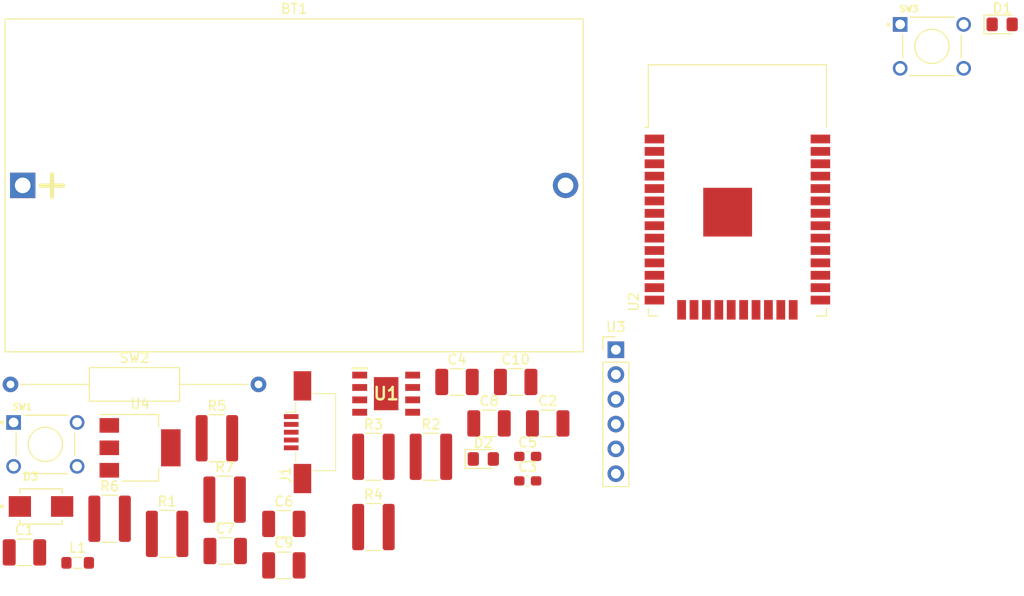
<source format=kicad_pcb>
(kicad_pcb (version 20211014) (generator pcbnew)
  (layers (0 "F.Cu" signal) (31 "B.Cu" signal) (34 "B.Paste" user) (35 "F.Paste" user) (36 "B.SilkS" user "B.Silkscreen") (37 "F.SilkS" user "F.Silkscreen") (38 "B.Mask" user) (39 "F.Mask" user) (44 "Edge.Cuts" user))
  (net 0 "")
  (net 1 "+5V")
  (net 2 "GND")
  (net 3 "/RESET")
  (net 4 "/GPIO0")
  (net 5 "+3V3")
  (net 6 "Net-(D1-Pad1)")
  (net 7 "Net-(D1-Pad2)")
  (net 8 "Net-(D2-Pad1)")
  (net 9 "/D-")
  (net 10 "/D+")
  (net 12 "Net-(R5-Pad1)")
  (net 13 "Net-(R7-Pad1)")
  (net 14 "Net-(SW2-Pad2)")
  (net 42 "RX_D0")
  (net 43 "TX_D0")
  (footprint "Battery:BatteryHolder_Bulgin_BX0036_1xC" (layer "F.Cu") (at 91.44 81.28)
    (fp_text reference "BT1" (at 27.8 -18.1) (layer "F.SilkS"))
    (fp_text value "Battery_Cell")
    (fp_text user "+" (at 3 -0.2) (layer "F.SilkS") (effects (font (size 3 3) (thickness 0.45))))
    (fp_line (start 57.41 -17.06) (end 57.41 17.06) (layer "F.SilkS") (width 0.12))
    (fp_line (start -1.81 -17.06) (end -1.81 17.06) (layer "F.SilkS") (width 0.12))
    (fp_line (start -1.81 -17.06) (end 57.41 -17.06) (layer "F.SilkS") (width 0.12))
    (fp_line (start -1.81 17.06) (end 57.41 17.06) (layer "F.SilkS") (width 0.12))
    (pad "" np_thru_hole circle (at 11.9 0) (size 3.8 3.8) (drill 3.8) (layers *.Cu *.Mask))
    (pad "" np_thru_hole circle (at 43.7 0) (size 3.8 3.8) (drill 3.8) (layers *.Cu *.Mask))
    (pad "1" thru_hole rect (at 0 0) (size 2.6 2.6) (drill 1.6) (layers *.Cu *.Mask) (net 1 "+5V"))
    (pad "2" thru_hole circle (at 55.6 0) (size 2.6 2.6) (drill 1.6) (layers *.Cu *.Mask) (net 2 "GND"))
  )
  (footprint "Connector_PinHeader_2.54mm:PinHeader_1x06_P2.54mm_Vertical" (layer "F.Cu") (at 152.19 98.13)
    (fp_text reference "U3" (at 0 -2.33) (layer "F.SilkS"))
    (fp_text value "FT232")
    (fp_line (start -1.33 1.27) (end -1.33 14.03) (layer "F.SilkS") (width 0.12))
    (fp_line (start -1.33 14.03) (end 1.33 14.03) (layer "F.SilkS") (width 0.12))
    (fp_line (start -1.33 1.27) (end 1.33 1.27) (layer "F.SilkS") (width 0.12))
    (fp_line (start -1.33 -1.33) (end 0 -1.33) (layer "F.SilkS") (width 0.12))
    (fp_line (start 1.33 1.27) (end 1.33 14.03) (layer "F.SilkS") (width 0.12))
    (fp_line (start -1.33 0) (end -1.33 -1.33) (layer "F.SilkS") (width 0.12))
    (pad "1" thru_hole rect (at 0 0) (size 1.7 1.7) (drill 1) (layers *.Cu *.Mask))
    (pad "2" thru_hole oval (at 0 2.54) (size 1.7 1.7) (drill 1) (layers *.Cu *.Mask))
    (pad "3" thru_hole oval (at 0 5.08) (size 1.7 1.7) (drill 1) (layers *.Cu *.Mask))
    (pad "4" thru_hole oval (at 0 7.62) (size 1.7 1.7) (drill 1) (layers *.Cu *.Mask))
    (pad "5" thru_hole oval (at 0 10.16) (size 1.7 1.7) (drill 1) (layers *.Cu *.Mask))
    (pad "6" thru_hole oval (at 0 12.7) (size 1.7 1.7) (drill 1) (layers *.Cu *.Mask))
  )
  (footprint "Resistor_SMD:R_1218_3246Metric_Pad1.22x4.75mm_HandSolder" (layer "F.Cu") (at 100.34 115.45)
    (fp_text reference "R6" (at 0 -3.32) (layer "F.SilkS"))
    (fp_text value "10k")
    (fp_line (start -0.777064 -2.41) (end 0.777064 -2.41) (layer "F.SilkS") (width 0.12))
    (fp_line (start -0.777064 2.41) (end 0.777064 2.41) (layer "F.SilkS") (width 0.12))
    (pad "1" smd roundrect (at -1.5625 0) (size 1.225 4.75) (layers "F.Cu" "F.Paste" "F.Mask") (roundrect_rratio 0.204082) (net 5 "+3V3"))
    (pad "2" smd roundrect (at 1.5625 0) (size 1.225 4.75) (layers "F.Cu" "F.Paste" "F.Mask") (roundrect_rratio 0.204082) (net 4 "/GPIO0"))
  )
  (footprint "Button_1825910-6:SW_1825910-6-4" (layer "F.Cu") (at 93.76 107.83)
    (fp_text reference "SW1" (at -2.3627 -3.844398) (layer "F.SilkS") (effects (font (size 0.630643 0.630643))))
    (fp_text value "SW_Push")
    (fp_line (start 3 -1.15) (end 3 1.15) (layer "F.SilkS") (width 0.127))
    (fp_line (start 2.3 2.995) (end -2.3 2.995) (layer "F.SilkS") (width 0.127))
    (fp_line (start -2.995 -1.15) (end -2.995 1.15) (layer "F.SilkS") (width 0.127))
    (fp_line (start -2.2 -2.995) (end 2.3 -2.995) (layer "F.SilkS") (width 0.127))
    (fp_circle (center 0 0) (end 1.755 0) (layer "F.SilkS") (width 0.127) (fill none))
    (fp_circle (center -4.445 -2.25) (end -4.345 -2.25) (layer "F.SilkS") (width 0.2) (fill none))
    (pad "1" thru_hole rect locked (at -3.25 -2.25) (size 1.498 1.498) (drill 0.99) (layers *.Cu *.Mask) (net 2 "GND"))
    (pad "2" thru_hole circle locked (at 3.25 -2.25) (size 1.498 1.498) (drill 0.99) (layers *.Cu *.Mask) (net 3 "/RESET"))
    (pad "3" thru_hole circle locked (at -3.25 2.25) (size 1.498 1.498) (drill 0.99) (layers *.Cu *.Mask))
    (pad "4" thru_hole circle locked (at 3.25 2.25) (size 1.498 1.498) (drill 0.99) (layers *.Cu *.Mask))
  )
  (footprint "Connector_USB:USB_Mini-B_AdamTech_MUSB-B5-S-VT-TSMT-1_SMD_Vertical" (layer "F.Cu") (at 120.54 106.58)
    (fp_text reference "J1" (at -2.18 4.39 90) (layer "F.SilkS"))
    (fp_text value "USB_B_Mini")
    (fp_line (start 0.65 3.95) (end 2.95 3.95) (layer "F.SilkS") (width 0.1))
    (fp_line (start -1.138539 2.064476) (end -1.138539 3.064476) (layer "F.SilkS") (width 0.1))
    (fp_line (start -2.2 -2.05) (end -1.15 -2.05) (layer "F.SilkS") (width 0.1))
    (fp_line (start -1.15 -2.05) (end -1.15 -3.05) (layer "F.SilkS") (width 0.1))
    (fp_line (start 2.95 -3.95) (end 0.65 -3.95) (layer "F.SilkS") (width 0.1))
    (fp_line (start 2.95 3.95) (end 2.95 -3.95) (layer "F.SilkS") (width 0.1))
    (pad "" np_thru_hole circle (at 1.85 3 90) (size 1 1) (drill 1) (layers *.Cu *.Mask))
    (pad "" np_thru_hole circle (at 1.85 -3 90) (size 1 1) (drill 1) (layers *.Cu *.Mask))
    (pad "1" smd rect (at -1.6 -1.6 90) (size 0.5 1.5) (layers "F.Cu" "F.Paste" "F.Mask") (net 1 "+5V"))
    (pad "2" smd rect (at -1.6 -0.8 90) (size 0.5 1.5) (layers "F.Cu" "F.Paste" "F.Mask") (net 9 "/D-"))
    (pad "3" smd rect (at -1.6 0 90) (size 0.5 1.5) (layers "F.Cu" "F.Paste" "F.Mask") (net 10 "/D+"))
    (pad "4" smd rect (at -1.6 0.8 90) (size 0.5 1.5) (layers "F.Cu" "F.Paste" "F.Mask"))
    (pad "5" smd rect (at -1.6 1.6 90) (size 0.5 1.5) (layers "F.Cu" "F.Paste" "F.Mask") (net 2 "GND"))
    (pad "6" smd rect (at -0.45 4.75 90) (size 3 1.8) (layers "F.Cu" "F.Paste" "F.Mask") (net 2 "GND"))
    (pad "6" smd rect (at -0.45 -4.75 90) (size 3 1.8) (layers "F.Cu" "F.Paste" "F.Mask") (net 2 "GND"))
  )
  (footprint "Button_1825910-6:SW_1825910-6-4" (layer "F.Cu") (at 184.56 67.03)
    (fp_text reference "SW3" (at -2.3627 -3.844398) (layer "F.SilkS") (effects (font (size 0.630643 0.630643))))
    (fp_text value "SW_Push")
    (fp_line (start -2.995 -1.15) (end -2.995 1.15) (layer "F.SilkS") (width 0.127))
    (fp_line (start 3 -1.15) (end 3 1.15) (layer "F.SilkS") (width 0.127))
    (fp_line (start 2.3 2.995) (end -2.3 2.995) (layer "F.SilkS") (width 0.127))
    (fp_line (start -2.2 -2.995) (end 2.3 -2.995) (layer "F.SilkS") (width 0.127))
    (fp_circle (center 0 0) (end 1.755 0) (layer "F.SilkS") (width 0.127) (fill none))
    (fp_circle (center -4.445 -2.25) (end -4.345 -2.25) (layer "F.SilkS") (width 0.2) (fill none))
    (pad "1" thru_hole rect locked (at -3.25 -2.25) (size 1.498 1.498) (drill 0.99) (layers *.Cu *.Mask) (net 13 "Net-(R7-Pad1)"))
    (pad "2" thru_hole circle locked (at 3.25 -2.25) (size 1.498 1.498) (drill 0.99) (layers *.Cu *.Mask) (net 2 "GND"))
    (pad "3" thru_hole circle locked (at -3.25 2.25) (size 1.498 1.498) (drill 0.99) (layers *.Cu *.Mask))
    (pad "4" thru_hole circle locked (at 3.25 2.25) (size 1.498 1.498) (drill 0.99) (layers *.Cu *.Mask))
  )
  (footprint "Package_TO_SOT_SMD:SOT-223-3_TabPin2" (layer "F.Cu") (at 103.46 108.18)
    (fp_text reference "U4" (at 0 -4.5) (layer "F.SilkS"))
    (fp_text value "AMS1117-3.3")
    (fp_line (start 1.91 -3.41) (end 1.91 -2.15) (layer "F.SilkS") (width 0.12))
    (fp_line (start 1.91 3.41) (end 1.91 2.15) (layer "F.SilkS") (width 0.12))
    (fp_line (start -4.1 -3.41) (end 1.91 -3.41) (layer "F.SilkS") (width 0.12))
    (fp_line (start -1.85 3.41) (end 1.91 3.41) (layer "F.SilkS") (width 0.12))
    (pad "1" smd rect (at -3.15 -2.3) (size 2 1.5) (layers "F.Cu" "F.Paste" "F.Mask") (net 2 "GND"))
    (pad "2" smd rect (at -3.15 0) (size 2 1.5) (layers "F.Cu" "F.Paste" "F.Mask") (net 5 "+3V3"))
    (pad "2" smd rect (at 3.15 0) (size 2 3.8) (layers "F.Cu" "F.Paste" "F.Mask") (net 5 "+3V3"))
    (pad "3" smd rect (at -3.15 2.3) (size 2 1.5) (layers "F.Cu" "F.Paste" "F.Mask") (net 1 "+5V"))
  )
  (footprint "Resistor_SMD:R_1218_3246Metric_Pad1.22x4.75mm_HandSolder" (layer "F.Cu") (at 133.25 109.1)
    (fp_text reference "R2" (at 0 -3.32) (layer "F.SilkS"))
    (fp_text value "10k")
    (fp_line (start -0.777064 -2.41) (end 0.777064 -2.41) (layer "F.SilkS") (width 0.12))
    (fp_line (start -0.777064 2.41) (end 0.777064 2.41) (layer "F.SilkS") (width 0.12))
    (pad "1" smd roundrect (at -1.5625 0) (size 1.225 4.75) (layers "F.Cu" "F.Paste" "F.Mask") (roundrect_rratio 0.204082) (net 5 "+3V3"))
    (pad "2" smd roundrect (at 1.5625 0) (size 1.225 4.75) (layers "F.Cu" "F.Paste" "F.Mask") (roundrect_rratio 0.204082) (net 3 "/RESET"))
  )
  (footprint "Capacitor_SMD:C_1210_3225Metric_Pad1.33x2.70mm_HandSolder" (layer "F.Cu") (at 118.19 120.23)
    (fp_text reference "C9" (at 0 -2.3) (layer "F.SilkS"))
    (fp_text value "10u")
    (fp_line (start -0.711252 -1.36) (end 0.711252 -1.36) (layer "F.SilkS") (width 0.12))
    (fp_line (start -0.711252 1.36) (end 0.711252 1.36) (layer "F.SilkS") (width 0.12))
    (pad "1" smd roundrect (at -1.5625 0) (size 1.325 2.7) (layers "F.Cu" "F.Paste" "F.Mask") (roundrect_rratio 0.188679) (net 1 "+5V"))
    (pad "2" smd roundrect (at 1.5625 0) (size 1.325 2.7) (layers "F.Cu" "F.Paste" "F.Mask") (roundrect_rratio 0.188679) (net 2 "GND"))
  )
  (footprint "Capacitor_SMD:C_1210_3225Metric_Pad1.33x2.70mm_HandSolder" (layer "F.Cu") (at 135.92 101.43)
    (fp_text reference "C4" (at 0 -2.3) (layer "F.SilkS"))
    (fp_text value "22u")
    (fp_line (start -0.711252 1.36) (end 0.711252 1.36) (layer "F.SilkS") (width 0.12))
    (fp_line (start -0.711252 -1.36) (end 0.711252 -1.36) (layer "F.SilkS") (width 0.12))
    (pad "1" smd roundrect (at -1.5625 0) (size 1.325 2.7) (layers "F.Cu" "F.Paste" "F.Mask") (roundrect_rratio 0.188679) (net 1 "+5V"))
    (pad "2" smd roundrect (at 1.5625 0) (size 1.325 2.7) (layers "F.Cu" "F.Paste" "F.Mask") (roundrect_rratio 0.188679) (net 2 "GND"))
  )
  (footprint "KiCad:TP5410" (layer "F.Cu") (at 128.665 102.63)
    (fp_text reference "U1" (at 0 0) (layer "F.SilkS") (effects (font (size 1.27 1.27) (thickness 0.254))))
    (fp_text value "Tp5400" hide)
    (fp_line (start -3.475 -2.605) (end -1.95 -2.605) (layer "F.SilkS") (width 0.2))
    (pad "1" smd rect locked (at -2.712 -1.905 90) (size 0.7 1.525) (layers "F.Cu" "F.Paste" "F.Mask") (net 1 "+5V"))
    (pad "2" smd rect locked (at -2.712 -0.635 90) (size 0.7 1.525) (layers "F.Cu" "F.Paste" "F.Mask") (net 8 "Net-(D2-Pad1)"))
    (pad "3" smd rect locked (at -2.712 0.635 90) (size 0.7 1.525) (layers "F.Cu" "F.Paste" "F.Mask") (net 12 "Net-(R5-Pad1)"))
    (pad "4" smd rect locked (at -2.712 1.905 90) (size 0.7 1.525) (layers "F.Cu" "F.Paste" "F.Mask") (net 6 "Net-(D1-Pad1)"))
    (pad "5" smd rect locked (at 2.712 1.905 90) (size 0.7 1.525) (layers "F.Cu" "F.Paste" "F.Mask") (net 1 "+5V"))
    (pad "6" smd rect locked (at 2.712 0.635 90) (size 0.7 1.525) (layers "F.Cu" "F.Paste" "F.Mask") (net 1 "+5V"))
    (pad "7" smd rect locked (at 2.712 -0.635 90) (size 0.7 1.525) (layers "F.Cu" "F.Paste" "F.Mask") (net 2 "GND"))
    (pad "8" smd rect locked (at 2.712 -1.905 90) (size 0.7 1.525) (layers "F.Cu" "F.Paste" "F.Mask") (net 1 "+5V"))
    (pad "9" smd rect locked (at 0 0) (size 2.513 3.402) (layers "F.Cu" "F.Paste" "F.Mask"))
  )
  (footprint "RF_Module:ESP32-WROOM-32" (layer "F.Cu") (at 164.64 84.78)
    (fp_text reference "U2" (at -10.61 8.43 90) (layer "F.SilkS"))
    (fp_text value "ESP32-WROOM-32")
    (fp_line (start -9.12 -15.865) (end -9.12 -9.445) (layer "F.SilkS") (width 0.12))
    (fp_line (start 9.12 9.1) (end 9.12 9.88) (layer "F.SilkS") (width 0.12))
    (fp_line (start -9.12 9.88) (end -8.12 9.88) (layer "F.SilkS") (width 0.12))
    (fp_line (start 9.12 -15.865) (end 9.12 -9.445) (layer "F.SilkS") (width 0.12))
    (fp_line (start 9.12 9.88) (end 8.12 9.88) (layer "F.SilkS") (width 0.12))
    (fp_line (start -9.12 -15.865) (end 9.12 -15.865) (layer "F.SilkS") (width 0.12))
    (fp_line (start -9.12 -9.445) (end -9.5 -9.445) (layer "F.SilkS") (width 0.12))
    (fp_line (start -9.12 9.1) (end -9.12 9.88) (layer "F.SilkS") (width 0.12))
    (pad "1" smd rect (at -8.5 -8.255) (size 2 0.9) (layers "F.Cu" "F.Paste" "F.Mask") (net 2 "GND"))
    (pad "2" smd rect (at -8.5 -6.985) (size 2 0.9) (layers "F.Cu" "F.Paste" "F.Mask") (net 5 "+3V3"))
    (pad "3" smd rect (at -8.5 -5.715) (size 2 0.9) (layers "F.Cu" "F.Paste" "F.Mask") (net 3 "/RESET"))
    (pad "4" smd rect (at -8.5 -4.445) (size 2 0.9) (layers "F.Cu" "F.Paste" "F.Mask"))
    (pad "5" smd rect (at -8.5 -3.175) (size 2 0.9) (layers "F.Cu" "F.Paste" "F.Mask"))
    (pad "6" smd rect (at -8.5 -1.905) (size 2 0.9) (layers "F.Cu" "F.Paste" "F.Mask"))
    (pad "7" smd rect (at -8.5 -0.635) (size 2 0.9) (layers "F.Cu" "F.Paste" "F.Mask"))
    (pad "8" smd rect (at -8.5 0.635) (size 2 0.9) (layers "F.Cu" "F.Paste" "F.Mask"))
    (pad "9" smd rect (at -8.5 1.905) (size 2 0.9) (layers "F.Cu" "F.Paste" "F.Mask"))
    (pad "10" smd rect (at -8.5 3.175) (size 2 0.9) (layers "F.Cu" "F.Paste" "F.Mask"))
    (pad "11" smd rect (at -8.5 4.445) (size 2 0.9) (layers "F.Cu" "F.Paste" "F.Mask"))
    (pad "12" smd rect (at -8.5 5.715) (size 2 0.9) (layers "F.Cu" "F.Paste" "F.Mask"))
    (pad "13" smd rect (at -8.5 6.985) (size 2 0.9) (layers "F.Cu" "F.Paste" "F.Mask"))
    (pad "14" smd rect (at -8.5 8.255) (size 2 0.9) (layers "F.Cu" "F.Paste" "F.Mask"))
    (pad "15" smd rect (at -5.715 9.255 90) (size 2 0.9) (layers "F.Cu" "F.Paste" "F.Mask") (net 2 "GND"))
    (pad "16" smd rect (at -4.445 9.255 90) (size 2 0.9) (layers "F.Cu" "F.Paste" "F.Mask"))
    (pad "17" smd rect (at -3.175 9.255 90) (size 2 0.9) (layers "F.Cu" "F.Paste" "F.Mask"))
    (pad "18" smd rect (at -1.905 9.255 90) (size 2 0.9) (layers "F.Cu" "F.Paste" "F.Mask"))
    (pad "19" smd rect (at -0.635 9.255 90) (size 2 0.9) (layers "F.Cu" "F.Paste" "F.Mask"))
    (pad "20" smd rect (at 0.635 9.255 90) (size 2 0.9) (layers "F.Cu" "F.Paste" "F.Mask"))
    (pad "21" smd rect (at 1.905 9.255 90) (size 2 0.9) (layers "F.Cu" "F.Paste" "F.Mask"))
    (pad "22" smd rect (at 3.175 9.255 90) (size 2 0.9) (layers "F.Cu" "F.Paste" "F.Mask"))
    (pad "23" smd rect (at 4.445 9.255 90) (size 2 0.9) (layers "F.Cu" "F.Paste" "F.Mask"))
    (pad "24" smd rect (at 5.715 9.255 90) (size 2 0.9) (layers "F.Cu" "F.Paste" "F.Mask"))
    (pad "25" smd rect (at 8.5 8.255) (size 2 0.9) (layers "F.Cu" "F.Paste" "F.Mask") (net 4 "/GPIO0"))
    (pad "26" smd rect (at 8.5 6.985) (size 2 0.9) (layers "F.Cu" "F.Paste" "F.Mask"))
    (pad "27" smd rect (at 8.5 5.715) (size 2 0.9) (layers "F.Cu" "F.Paste" "F.Mask"))
    (pad "28" smd rect (at 8.5 4.445) (size 2 0.9) (layers "F.Cu" "F.Paste" "F.Mask"))
    (pad "29" smd rect (at 8.5 3.175) (size 2 0.9) (layers "F.Cu" "F.Paste" "F.Mask"))
    (pad "30" smd rect (at 8.5 1.905) (size 2 0.9) (layers "F.Cu" "F.Paste" "F.Mask"))
    (pad "31" smd rect (at 8.5 0.635) (size 2 0.9) (layers "F.Cu" "F.Paste" "F.Mask") (net 14 "Net-(SW2-Pad2)"))
    (pad "32" smd rect (at 8.5 -0.635) (size 2 0.9) (layers "F.Cu" "F.Paste" "F.Mask"))
    (pad "33" smd rect (at 8.5 -1.905) (size 2 0.9) (layers "F.Cu" "F.Paste" "F.Mask"))
    (pad "34" smd rect (at 8.5 -3.175) (size 2 0.9) (layers "F.Cu" "F.Paste" "F.Mask") (net 42 "RX_D0"))
    (pad "35" smd rect (at 8.5 -4.445) (size 2 0.9) (layers "F.Cu" "F.Paste" "F.Mask") (net 43 "TX_D0"))
    (pad "36" smd rect (at 8.5 -5.715) (size 2 0.9) (layers "F.Cu" "F.Paste" "F.Mask"))
    (pad "37" smd rect (at 8.5 -6.985) (size 2 0.9) (layers "F.Cu" "F.Paste" "F.Mask"))
    (pad "38" smd rect (at 8.5 -8.255) (size 2 0.9) (layers "F.Cu" "F.Paste" "F.Mask") (net 2 "GND"))
    (pad "39" smd rect (at -1 -0.755) (size 5 5) (layers "F.Cu" "F.Paste" "F.Mask") (net 2 "GND"))
  )
  (footprint "LED_SMD:LED_0805_2012Metric_Pad1.15x1.40mm_HandSolder" (layer "F.Cu") (at 191.755 64.775)
    (fp_text reference "D1" (at 0 -1.65) (layer "F.SilkS"))
    (fp_text value "Green")
    (fp_line (start -1.86 0.96) (end 1 0.96) (layer "F.SilkS") (width 0.12))
    (fp_line (start 1 -0.96) (end -1.86 -0.96) (layer "F.SilkS") (width 0.12))
    (fp_line (start -1.86 -0.96) (end -1.86 0.96) (layer "F.SilkS") (width 0.12))
    (pad "1" smd roundrect (at -1.025 0) (size 1.15 1.4) (layers "F.Cu" "F.Paste" "F.Mask") (roundrect_rratio 0.217391) (net 6 "Net-(D1-Pad1)"))
    (pad "2" smd roundrect (at 1.025 0) (size 1.15 1.4) (layers "F.Cu" "F.Paste" "F.Mask") (roundrect_rratio 0.217391) (net 7 "Net-(D1-Pad2)"))
  )
  (footprint "Capacitor_SMD:C_0603_1608Metric_Pad1.08x0.95mm_HandSolder" (layer "F.Cu") (at 143.16 109.06)
    (fp_text reference "C5" (at 0 -1.43) (layer "F.SilkS"))
    (fp_text value "0.1u")
    (fp_line (start -0.146267 -0.51) (end 0.146267 -0.51) (layer "F.SilkS") (width 0.12))
    (fp_line (start -0.146267 0.51) (end 0.146267 0.51) (layer "F.SilkS") (width 0.12))
    (pad "1" smd roundrect (at -0.8625 0) (size 1.075 0.95) (layers "F.Cu" "F.Paste" "F.Mask") (net 1 "+5V"))
    (pad "2" smd roundrect (at 0.8625 0) (size 1.075 0.95) (layers "F.Cu" "F.Paste" "F.Mask") (net 2 "GND"))
  )
  (footprint "Capacitor_SMD:C_1210_3225Metric_Pad1.33x2.70mm_HandSolder" (layer "F.Cu") (at 139.2 105.68)
    (fp_text reference "C8" (at 0 -2.3) (layer "F.SilkS"))
    (fp_text value "100n")
    (fp_line (start -0.711252 1.36) (end 0.711252 1.36) (layer "F.SilkS") (width 0.12))
    (fp_line (start -0.711252 -1.36) (end 0.711252 -1.36) (layer "F.SilkS") (width 0.12))
    (pad "1" smd roundrect (at -1.5625 0) (size 1.325 2.7) (layers "F.Cu" "F.Paste" "F.Mask") (roundrect_rratio 0.188679) (net 4 "/GPIO0"))
    (pad "2" smd roundrect (at 1.5625 0) (size 1.325 2.7) (layers "F.Cu" "F.Paste" "F.Mask") (roundrect_rratio 0.188679) (net 2 "GND"))
  )
  (footprint "Resistor_SMD:R_1218_3246Metric_Pad1.22x4.75mm_HandSolder" (layer "F.Cu") (at 111.33 107.2)
    (fp_text reference "R5" (at 0 -3.32) (layer "F.SilkS"))
    (fp_text value "1.1k")
    (fp_line (start -0.777064 -2.41) (end 0.777064 -2.41) (layer "F.SilkS") (width 0.12))
    (fp_line (start -0.777064 2.41) (end 0.777064 2.41) (layer "F.SilkS") (width 0.12))
    (pad "1" smd roundrect (at -1.5625 0) (size 1.225 4.75) (layers "F.Cu" "F.Paste" "F.Mask") (roundrect_rratio 0.204082) (net 12 "Net-(R5-Pad1)"))
    (pad "2" smd roundrect (at 1.5625 0) (size 1.225 4.75) (layers "F.Cu" "F.Paste" "F.Mask") (roundrect_rratio 0.204082) (net 2 "GND"))
  )
  (footprint "SMBJ5383B:SMBJ5383B" (layer "F.Cu") (at 93.315 114.1925)
    (fp_text reference "D3" (at -1.055 -3.0625) (layer "F.SilkS") (effects (font (size 0.787402 0.787402))))
    (fp_text value "SMBJ5383B")
    (fp_line (start -2.1625 1.8125) (end -2.1625 1.38) (layer "F.SilkS") (width 0.127))
    (fp_line (start 2.1625 1.8125) (end 2.1625 1.38) (layer "F.SilkS") (width 0.127))
    (fp_line (start 2.1625 -1.38) (end 2.1625 -1.8125) (layer "F.SilkS") (width 0.127))
    (fp_line (start -2.1625 1.8125) (end 2.1625 1.8125) (layer "F.SilkS") (width 0.127))
    (fp_line (start -2.1625 -1.8125) (end -2.1625 -1.38) (layer "F.SilkS") (width 0.127))
    (fp_line (start 2.1625 -1.8125) (end -2.1625 -1.8125) (layer "F.SilkS") (width 0.127))
    (fp_circle (center -4 0) (end -3.9 0) (layer "F.SilkS") (width 0.2) (fill none))
    (pad "A" smd rect locked (at 2.165 0) (size 2.28 2.12) (layers "F.Cu" "F.Paste" "F.Mask"))
    (pad "C" smd rect locked (at -2.165 0) (size 2.28 2.12) (layers "F.Cu" "F.Paste" "F.Mask"))
  )
  (footprint "LED_SMD:LED_0805_2012Metric_Pad1.15x1.40mm_HandSolder" (layer "F.Cu") (at 138.615 109.325)
    (fp_text reference "D2" (at 0 -1.65) (layer "F.SilkS"))
    (fp_text value "Red")
    (fp_line (start -1.86 0.96) (end 1 0.96) (layer "F.SilkS") (width 0.12))
    (fp_line (start -1.86 -0.96) (end -1.86 0.96) (layer "F.SilkS") (width 0.12))
    (fp_line (start 1 -0.96) (end -1.86 -0.96) (layer "F.SilkS") (width 0.12))
    (pad "1" smd roundrect (at -1.025 0) (size 1.15 1.4) (layers "F.Cu" "F.Paste" "F.Mask") (roundrect_rratio 0.217391) (net 8 "Net-(D2-Pad1)"))
    (pad "2" smd roundrect (at 1.025 0) (size 1.15 1.4) (layers "F.Cu" "F.Paste" "F.Mask") (roundrect_rratio 0.217391) (net 7 "Net-(D1-Pad2)"))
  )
  (footprint "Resistor_SMD:R_1218_3246Metric_Pad1.22x4.75mm_HandSolder" (layer "F.Cu") (at 112.12 113.49)
    (fp_text reference "R7" (at 0 -3.32) (layer "F.SilkS"))
    (fp_text value "470")
    (fp_line (start -0.777064 2.41) (end 0.777064 2.41) (layer "F.SilkS") (width 0.12))
    (fp_line (start -0.777064 -2.41) (end 0.777064 -2.41) (layer "F.SilkS") (width 0.12))
    (pad "1" smd roundrect (at -1.5625 0) (size 1.225 4.75) (layers "F.Cu" "F.Paste" "F.Mask") (roundrect_rratio 0.204082) (net 13 "Net-(R7-Pad1)"))
    (pad "2" smd roundrect (at 1.5625 0) (size 1.225 4.75) (layers "F.Cu" "F.Paste" "F.Mask") (roundrect_rratio 0.204082) (net 4 "/GPIO0"))
  )
  (footprint "Resistor_SMD:R_1218_3246Metric_Pad1.22x4.75mm_HandSolder" (layer "F.Cu") (at 127.36 109.1)
    (fp_text reference "R3" (at 0 -3.32) (layer "F.SilkS"))
    (fp_text value "1")
    (fp_line (start -0.777064 -2.41) (end 0.777064 -2.41) (layer "F.SilkS") (width 0.12))
    (fp_line (start -0.777064 2.41) (end 0.777064 2.41) (layer "F.SilkS") (width 0.12))
    (pad "1" smd roundrect (at -1.5625 0) (size 1.225 4.75) (layers "F.Cu" "F.Paste" "F.Mask") (roundrect_rratio 0.204082) (net 1 "+5V"))
    (pad "2" smd roundrect (at 1.5625 0) (size 1.225 4.75) (layers "F.Cu" "F.Paste" "F.Mask") (roundrect_rratio 0.204082) (net 1 "+5V"))
  )
  (footprint "Capacitor_SMD:C_0603_1608Metric_Pad1.08x0.95mm_HandSolder" (layer "F.Cu") (at 143.16 111.57)
    (fp_text reference "C3" (at 0 -1.43) (layer "F.SilkS"))
    (fp_text value "0.1u")
    (fp_line (start -0.146267 0.51) (end 0.146267 0.51) (layer "F.SilkS") (width 0.12))
    (fp_line (start -0.146267 -0.51) (end 0.146267 -0.51) (layer "F.SilkS") (width 0.12))
    (pad "1" smd roundrect (at -0.8625 0) (size 1.075 0.95) (layers "F.Cu" "F.Paste" "F.Mask") (net 1 "+5V"))
    (pad "2" smd roundrect (at 0.8625 0) (size 1.075 0.95) (layers "F.Cu" "F.Paste" "F.Mask") (net 2 "GND"))
  )
  (footprint "Capacitor_SMD:C_1210_3225Metric_Pad1.33x2.70mm_HandSolder" (layer "F.Cu") (at 141.93 101.43)
    (fp_text reference "C10" (at 0 -2.3) (layer "F.SilkS"))
    (fp_text value "10u")
    (fp_line (start -0.711252 1.36) (end 0.711252 1.36) (layer "F.SilkS") (width 0.12))
    (fp_line (start -0.711252 -1.36) (end 0.711252 -1.36) (layer "F.SilkS") (width 0.12))
    (pad "1" smd roundrect (at -1.5625 0) (size 1.325 2.7) (layers "F.Cu" "F.Paste" "F.Mask") (roundrect_rratio 0.188679) (net 5 "+3V3"))
    (pad "2" smd roundrect (at 1.5625 0) (size 1.325 2.7) (layers "F.Cu" "F.Paste" "F.Mask") (roundrect_rratio 0.188679) (net 2 "GND"))
  )
  (footprint "Resistor_THT:R_Axial_DIN0309_L9.0mm_D3.2mm_P25.40mm_Horizontal" (layer "F.Cu") (at 90.19 101.68)
    (fp_text reference "SW2" (at 12.7 -2.72) (layer "F.SilkS"))
    (fp_text value "SW_Reed")
    (fp_line (start 1.04 0) (end 8.08 0) (layer "F.SilkS") (width 0.12))
    (fp_line (start 8.08 -1.72) (end 8.08 1.72) (layer "F.SilkS") (width 0.12))
    (fp_line (start 24.36 0) (end 17.32 0) (layer "F.SilkS") (width 0.12))
    (fp_line (start 17.32 -1.72) (end 8.08 -1.72) (layer "F.SilkS") (width 0.12))
    (fp_line (start 8.08 1.72) (end 17.32 1.72) (layer "F.SilkS") (width 0.12))
    (fp_line (start 17.32 1.72) (end 17.32 -1.72) (layer "F.SilkS") (width 0.12))
    (pad "1" thru_hole circle (at 0 0) (size 1.6 1.6) (drill 0.8) (layers *.Cu *.Mask) (net 2 "GND"))
    (pad "2" thru_hole oval (at 25.4 0) (size 1.6 1.6) (drill 0.8) (layers *.Cu *.Mask) (net 14 "Net-(SW2-Pad2)"))
  )
  (footprint "Inductor_SMD:L_0805_2012Metric_Pad1.05x1.20mm_HandSolder" (layer "F.Cu") (at 97.07 119.97)
    (fp_text reference "L1" (at 0 -1.55) (layer "F.SilkS"))
    (fp_text value "10u")
    (fp_line (start -0.410242 -0.56) (end 0.410242 -0.56) (layer "F.SilkS") (width 0.12))
    (fp_line (start -0.410242 0.56) (end 0.410242 0.56) (layer "F.SilkS") (width 0.12))
    (pad "1" smd roundrect (at -1.15 0) (size 1.05 1.2) (layers "F.Cu" "F.Paste" "F.Mask") (roundrect_rratio 0.238095) (net 1 "+5V"))
    (pad "2" smd roundrect (at 1.15 0) (size 1.05 1.2) (layers "F.Cu" "F.Paste" "F.Mask") (roundrect_rratio 0.238095) (net 1 "+5V"))
  )
  (footprint "Resistor_SMD:R_1218_3246Metric_Pad1.22x4.75mm_HandSolder" (layer "F.Cu") (at 106.23 117)
    (fp_text reference "R1" (at 0 -3.32) (layer "F.SilkS"))
    (fp_text value "1k")
    (fp_line (start -0.777064 2.41) (end 0.777064 2.41) (layer "F.SilkS") (width 0.12))
    (fp_line (start -0.777064 -2.41) (end 0.777064 -2.41) (layer "F.SilkS") (width 0.12))
    (pad "1" smd roundrect (at -1.5625 0) (size 1.225 4.75) (layers "F.Cu" "F.Paste" "F.Mask") (roundrect_rratio 0.204082) (net 1 "+5V"))
    (pad "2" smd roundrect (at 1.5625 0) (size 1.225 4.75) (layers "F.Cu" "F.Paste" "F.Mask") (roundrect_rratio 0.204082) (net 7 "Net-(D1-Pad2)"))
  )
  (footprint "Capacitor_SMD:C_1210_3225Metric_Pad1.33x2.70mm_HandSolder" (layer "F.Cu") (at 118.19 115.98)
    (fp_text reference "C6" (at 0 -2.3) (layer "F.SilkS"))
    (fp_text value "22u")
    (fp_line (start -0.711252 1.36) (end 0.711252 1.36) (layer "F.SilkS") (width 0.12))
    (fp_line (start -0.711252 -1.36) (end 0.711252 -1.36) (layer "F.SilkS") (width 0.12))
    (pad "1" smd roundrect (at -1.5625 0) (size 1.325 2.7) (layers "F.Cu" "F.Paste" "F.Mask") (roundrect_rratio 0.188679) (net 1 "+5V"))
    (pad "2" smd roundrect (at 1.5625 0) (size 1.325 2.7) (layers "F.Cu" "F.Paste" "F.Mask") (roundrect_rratio 0.188679) (net 2 "GND"))
  )
  (footprint "Resistor_SMD:R_1218_3246Metric_Pad1.22x4.75mm_HandSolder" (layer "F.Cu") (at 127.36 116.3)
    (fp_text reference "R4" (at 0 -3.32) (layer "F.SilkS"))
    (fp_text value "1")
    (fp_line (start -0.777064 -2.41) (end 0.777064 -2.41) (layer "F.SilkS") (width 0.12))
    (fp_line (start -0.777064 2.41) (end 0.777064 2.41) (layer "F.SilkS") (width 0.12))
    (pad "1" smd roundrect (at -1.5625 0) (size 1.225 4.75) (layers "F.Cu" "F.Paste" "F.Mask") (roundrect_rratio 0.204082) (net 1 "+5V"))
    (pad "2" smd roundrect (at 1.5625 0) (size 1.225 4.75) (layers "F.Cu" "F.Paste" "F.Mask") (roundrect_rratio 0.204082) (net 1 "+5V"))
  )
  (footprint "Capacitor_SMD:C_1210_3225Metric_Pad1.33x2.70mm_HandSolder" (layer "F.Cu") (at 91.62 118.9)
    (fp_text reference "C1" (at 0 -2.3) (layer "F.SilkS"))
    (fp_text value "100n")
    (fp_line (start -0.711252 1.36) (end 0.711252 1.36) (layer "F.SilkS") (width 0.12))
    (fp_line (start -0.711252 -1.36) (end 0.711252 -1.36) (layer "F.SilkS") (width 0.12))
    (pad "1" smd roundrect (at -1.5625 0) (size 1.325 2.7) (layers "F.Cu" "F.Paste" "F.Mask") (roundrect_rratio 0.188679) (net 3 "/RESET"))
    (pad "2" smd roundrect (at 1.5625 0) (size 1.325 2.7) (layers "F.Cu" "F.Paste" "F.Mask") (roundrect_rratio 0.188679) (net 2 "GND"))
  )
  (footprint "Capacitor_SMD:C_1210_3225Metric_Pad1.33x2.70mm_HandSolder" (layer "F.Cu") (at 145.21 105.68)
    (fp_text reference "C2" (at 0 -2.3) (layer "F.SilkS"))
    (fp_text value "10u")
    (fp_line (start -0.711252 -1.36) (end 0.711252 -1.36) (layer "F.SilkS") (width 0.12))
    (fp_line (start -0.711252 1.36) (end 0.711252 1.36) (layer "F.SilkS") (width 0.12))
    (pad "1" smd roundrect (at -1.5625 0) (size 1.325 2.7) (layers "F.Cu" "F.Paste" "F.Mask") (roundrect_rratio 0.188679) (net 1 "+5V"))
    (pad "2" smd roundrect (at 1.5625 0) (size 1.325 2.7) (layers "F.Cu" "F.Paste" "F.Mask") (roundrect_rratio 0.188679) (net 2 "GND"))
  )
  (footprint "Capacitor_SMD:C_1210_3225Metric_Pad1.33x2.70mm_HandSolder" (layer "F.Cu") (at 112.18 118.76)
    (fp_text reference "C7" (at 0 -2.3) (layer "F.SilkS"))
    (fp_text value "47u")
    (fp_line (start -0.711252 1.36) (end 0.711252 1.36) (layer "F.SilkS") (width 0.12))
    (fp_line (start -0.711252 -1.36) (end 0.711252 -1.36) (layer "F.SilkS") (width 0.12))
    (pad "1" smd roundrect (at -1.5625 0) (size 1.325 2.7) (layers "F.Cu" "F.Paste" "F.Mask") (roundrect_rratio 0.188679) (net 1 "+5V"))
    (pad "2" smd roundrect (at 1.5625 0) (size 1.325 2.7) (layers "F.Cu" "F.Paste" "F.Mask") (roundrect_rratio 0.188679) (net 2 "GND"))
  )
)
</source>
